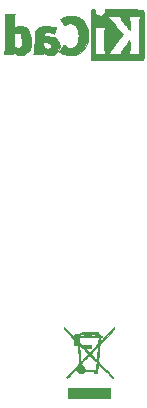
<source format=gbo>
G04 #@! TF.GenerationSoftware,KiCad,Pcbnew,(2017-05-08 revision d4e41c4f9)-makepkg*
G04 #@! TF.CreationDate,2017-05-10T17:18:05+02:00*
G04 #@! TF.ProjectId,led_pixel,6C65645F706978656C2E6B696361645F,1.0*
G04 #@! TF.FileFunction,Legend,Bot*
G04 #@! TF.FilePolarity,Positive*
%FSLAX46Y46*%
G04 Gerber Fmt 4.6, Leading zero omitted, Abs format (unit mm)*
G04 Created by KiCad (PCBNEW (2017-05-08 revision d4e41c4f9)-makepkg) date 05/10/17 17:18:05*
%MOMM*%
%LPD*%
G01*
G04 APERTURE LIST*
%ADD10C,0.100000*%
%ADD11C,0.010000*%
G04 APERTURE END LIST*
D10*
D11*
G36*
X166032178Y-113337822D02*
X169552971Y-113337822D01*
X169552971Y-112470198D01*
X166032178Y-112470198D01*
X166032178Y-113337822D01*
X166032178Y-113337822D01*
G37*
X166032178Y-113337822D02*
X169552971Y-113337822D01*
X169552971Y-112470198D01*
X166032178Y-112470198D01*
X166032178Y-113337822D01*
G36*
X165655570Y-107384848D02*
X165656189Y-107471931D01*
X166107914Y-107930891D01*
X166559639Y-108389852D01*
X166559968Y-108600471D01*
X166560297Y-108811089D01*
X166835390Y-108811089D01*
X166842478Y-108864530D01*
X166845162Y-108888888D01*
X166849687Y-108934759D01*
X166855809Y-108999405D01*
X166863288Y-109080091D01*
X166871881Y-109174081D01*
X166881346Y-109278637D01*
X166891442Y-109391025D01*
X166901926Y-109508507D01*
X166912556Y-109628348D01*
X166923091Y-109747811D01*
X166933287Y-109864159D01*
X166942905Y-109974657D01*
X166951700Y-110076569D01*
X166959432Y-110167158D01*
X166965858Y-110243687D01*
X166970737Y-110303421D01*
X166973825Y-110343624D01*
X166974883Y-110361559D01*
X166974882Y-110361644D01*
X166967173Y-110376035D01*
X166944019Y-110405748D01*
X166905105Y-110451131D01*
X166850116Y-110512529D01*
X166778736Y-110590288D01*
X166690651Y-110684754D01*
X166585546Y-110796272D01*
X166463105Y-110925188D01*
X166428690Y-110961287D01*
X165882863Y-111533416D01*
X165971119Y-111621436D01*
X166042515Y-111543758D01*
X166068634Y-111515686D01*
X166109434Y-111472274D01*
X166162223Y-111416366D01*
X166224309Y-111350808D01*
X166293000Y-111278441D01*
X166365604Y-111202112D01*
X166409040Y-111156524D01*
X166490584Y-111071119D01*
X166556496Y-111002710D01*
X166608456Y-110950053D01*
X166648145Y-110911905D01*
X166677243Y-110887020D01*
X166697431Y-110874156D01*
X166710390Y-110872068D01*
X166717800Y-110879513D01*
X166721342Y-110895246D01*
X166722697Y-110918023D01*
X166722879Y-110924239D01*
X166732297Y-110967061D01*
X166755503Y-111018819D01*
X166787864Y-111071328D01*
X166824748Y-111116403D01*
X166839507Y-111130328D01*
X166915233Y-111179047D01*
X167003692Y-111206306D01*
X167081900Y-111212773D01*
X167170532Y-111200576D01*
X167252388Y-111164813D01*
X167324836Y-111106722D01*
X167338203Y-111092262D01*
X167387082Y-111036733D01*
X168232674Y-111036733D01*
X168232674Y-111212773D01*
X168459010Y-111212773D01*
X168459010Y-111130531D01*
X168461850Y-111074386D01*
X168471393Y-111035416D01*
X168482991Y-111014219D01*
X168491277Y-110999052D01*
X168498373Y-110977062D01*
X168504748Y-110944987D01*
X168510872Y-110899569D01*
X168517216Y-110837548D01*
X168524250Y-110755662D01*
X168529066Y-110694746D01*
X168551161Y-110409343D01*
X169093565Y-110958805D01*
X169191637Y-111058228D01*
X169285784Y-111153815D01*
X169374285Y-111243810D01*
X169455420Y-111326457D01*
X169527469Y-111400001D01*
X169588712Y-111462684D01*
X169637427Y-111512752D01*
X169671896Y-111548448D01*
X169690379Y-111567995D01*
X169720743Y-111598944D01*
X169746071Y-111620530D01*
X169759695Y-111627723D01*
X169777095Y-111619297D01*
X169802460Y-111598245D01*
X169811058Y-111589671D01*
X169847514Y-111551620D01*
X169646802Y-111347658D01*
X169595596Y-111295699D01*
X169529569Y-111228820D01*
X169451618Y-111149950D01*
X169364638Y-111062014D01*
X169271526Y-110967941D01*
X169175179Y-110870658D01*
X169078492Y-110773093D01*
X169009134Y-110703145D01*
X168903703Y-110596550D01*
X168815129Y-110506307D01*
X168742281Y-110431192D01*
X168684023Y-110369986D01*
X168639225Y-110321466D01*
X168617021Y-110296129D01*
X168438724Y-110296129D01*
X168416401Y-110581555D01*
X168409669Y-110665219D01*
X168403157Y-110741727D01*
X168397234Y-110807081D01*
X168392268Y-110857281D01*
X168388629Y-110888329D01*
X168387458Y-110895273D01*
X168380838Y-110923565D01*
X167431364Y-110923565D01*
X167425026Y-110844606D01*
X167405890Y-110751315D01*
X167365846Y-110668791D01*
X167307418Y-110600038D01*
X167233129Y-110548063D01*
X167149748Y-110516863D01*
X167122698Y-110502228D01*
X167109156Y-110470819D01*
X167108872Y-110469434D01*
X167107247Y-110456174D01*
X167109256Y-110442595D01*
X167116858Y-110426181D01*
X167132016Y-110404411D01*
X167156688Y-110374767D01*
X167192836Y-110334732D01*
X167242420Y-110281785D01*
X167307401Y-110213409D01*
X167311599Y-110209005D01*
X167381493Y-110135611D01*
X167455800Y-110057437D01*
X167529414Y-109979864D01*
X167597229Y-109908275D01*
X167654140Y-109848051D01*
X167666832Y-109834587D01*
X167715487Y-109783820D01*
X167758709Y-109740375D01*
X167793395Y-109707241D01*
X167816444Y-109687405D01*
X167824182Y-109683046D01*
X167835722Y-109692170D01*
X167862710Y-109717200D01*
X167903021Y-109756052D01*
X167954529Y-109806643D01*
X168015109Y-109866888D01*
X168082636Y-109934704D01*
X168137826Y-109990565D01*
X168438724Y-110296129D01*
X168617021Y-110296129D01*
X168606751Y-110284411D01*
X168585471Y-110257599D01*
X168574251Y-110239808D01*
X168571754Y-110231570D01*
X168572700Y-110213590D01*
X168575573Y-110172892D01*
X168580187Y-110111819D01*
X168586358Y-110032713D01*
X168593898Y-109937914D01*
X168602621Y-109829767D01*
X168612343Y-109710612D01*
X168622876Y-109582791D01*
X168631365Y-109480635D01*
X168679396Y-108904674D01*
X168555805Y-108904674D01*
X168555273Y-108917104D01*
X168552769Y-108952110D01*
X168548496Y-109007215D01*
X168542653Y-109079943D01*
X168535443Y-109167814D01*
X168527066Y-109268351D01*
X168517723Y-109379077D01*
X168508758Y-109484205D01*
X168498602Y-109603483D01*
X168489142Y-109716080D01*
X168480596Y-109819305D01*
X168473179Y-109910473D01*
X168467108Y-109986895D01*
X168462601Y-110045883D01*
X168459873Y-110084749D01*
X168459116Y-110099844D01*
X168457935Y-110109238D01*
X168453256Y-110112966D01*
X168443276Y-110109471D01*
X168426190Y-110097199D01*
X168400196Y-110074594D01*
X168363490Y-110040100D01*
X168314267Y-109992162D01*
X168250726Y-109929224D01*
X168183305Y-109861968D01*
X167907601Y-109586477D01*
X167909533Y-109584406D01*
X167727290Y-109584406D01*
X167718984Y-109595780D01*
X167695733Y-109622563D01*
X167659865Y-109662292D01*
X167613713Y-109712507D01*
X167559606Y-109770746D01*
X167499874Y-109834547D01*
X167436848Y-109901449D01*
X167372858Y-109968990D01*
X167310236Y-110034710D01*
X167251310Y-110096146D01*
X167198412Y-110150837D01*
X167153872Y-110196322D01*
X167120020Y-110230138D01*
X167099188Y-110249826D01*
X167093506Y-110253837D01*
X167091634Y-110240891D01*
X167087746Y-110205134D01*
X167082057Y-110148804D01*
X167074781Y-110074140D01*
X167066131Y-109983380D01*
X167056322Y-109878762D01*
X167045566Y-109762526D01*
X167034079Y-109636908D01*
X167024907Y-109535618D01*
X167013174Y-109404279D01*
X167002335Y-109280552D01*
X166992570Y-109166681D01*
X166984063Y-109064911D01*
X166976995Y-108977487D01*
X166971549Y-108906653D01*
X166967908Y-108854653D01*
X166966253Y-108823732D01*
X166966442Y-108815703D01*
X166976334Y-108822854D01*
X167001524Y-108845841D01*
X167039810Y-108882439D01*
X167088989Y-108930422D01*
X167146861Y-108987566D01*
X167211222Y-109051647D01*
X167279871Y-109120438D01*
X167350605Y-109191716D01*
X167421222Y-109263255D01*
X167489520Y-109332830D01*
X167553296Y-109398217D01*
X167610350Y-109457191D01*
X167658478Y-109507527D01*
X167695478Y-109546999D01*
X167719148Y-109573383D01*
X167727290Y-109584406D01*
X167909533Y-109584406D01*
X168010409Y-109476295D01*
X168062768Y-109420377D01*
X168121535Y-109357948D01*
X168184385Y-109291443D01*
X168248995Y-109223298D01*
X168313042Y-109155948D01*
X168374203Y-109091828D01*
X168430153Y-109033372D01*
X168478570Y-108983018D01*
X168517130Y-108943198D01*
X168543509Y-108916350D01*
X168555384Y-108904908D01*
X168555805Y-108904674D01*
X168679396Y-108904674D01*
X168691401Y-108760726D01*
X169291938Y-108129158D01*
X169892475Y-107497589D01*
X169892034Y-107409315D01*
X169891592Y-107321040D01*
X169794583Y-107424666D01*
X169740291Y-107482463D01*
X169676192Y-107550368D01*
X169604016Y-107626572D01*
X169525492Y-107709269D01*
X169442349Y-107796653D01*
X169356319Y-107886915D01*
X169269130Y-107978250D01*
X169182513Y-108068849D01*
X169098197Y-108156907D01*
X169017912Y-108240615D01*
X168943387Y-108318167D01*
X168876354Y-108387757D01*
X168818541Y-108447576D01*
X168771679Y-108495818D01*
X168737496Y-108530676D01*
X168717724Y-108550343D01*
X168713390Y-108554116D01*
X168713092Y-108540992D01*
X168714731Y-108507389D01*
X168718023Y-108457880D01*
X168722682Y-108397037D01*
X168724682Y-108372732D01*
X168739577Y-108194951D01*
X168622955Y-108194951D01*
X168616934Y-108223243D01*
X168613863Y-108245618D01*
X168609548Y-108287717D01*
X168604488Y-108344178D01*
X168599181Y-108409635D01*
X168597344Y-108433862D01*
X168591927Y-108503421D01*
X168586459Y-108568018D01*
X168581488Y-108621548D01*
X168577561Y-108657910D01*
X168576675Y-108664509D01*
X168573334Y-108678056D01*
X168566101Y-108693914D01*
X168553440Y-108713861D01*
X168533811Y-108739673D01*
X168505678Y-108773129D01*
X168467502Y-108816007D01*
X168417746Y-108870083D01*
X168354871Y-108937136D01*
X168277341Y-109018943D01*
X168198251Y-109101950D01*
X168119564Y-109184094D01*
X168046112Y-109260169D01*
X167979724Y-109328325D01*
X167922227Y-109386712D01*
X167875451Y-109433481D01*
X167841224Y-109466782D01*
X167821373Y-109484767D01*
X167817140Y-109487442D01*
X167806003Y-109477741D01*
X167779971Y-109452441D01*
X167741570Y-109414082D01*
X167693328Y-109365200D01*
X167637770Y-109308334D01*
X167597592Y-109266906D01*
X167387831Y-109050000D01*
X168006337Y-109050000D01*
X168006337Y-108811089D01*
X167251881Y-108811089D01*
X167251881Y-108917542D01*
X167113565Y-108779654D01*
X167015447Y-108681840D01*
X166824357Y-108681840D01*
X166822529Y-108697270D01*
X166813277Y-108705867D01*
X166790950Y-108709613D01*
X166749895Y-108710489D01*
X166742624Y-108710495D01*
X166660891Y-108710495D01*
X166660891Y-108491172D01*
X166742624Y-108572179D01*
X166788730Y-108621428D01*
X166816306Y-108659159D01*
X166824357Y-108681840D01*
X167015447Y-108681840D01*
X166975248Y-108641766D01*
X166975248Y-108518952D01*
X166974863Y-108462450D01*
X166973100Y-108426505D01*
X166969050Y-108406530D01*
X166961801Y-108397937D01*
X166950870Y-108396139D01*
X166938712Y-108393498D01*
X166929727Y-108382912D01*
X166922826Y-108360381D01*
X166916924Y-108321909D01*
X166910935Y-108263498D01*
X166909013Y-108242104D01*
X166904852Y-108194951D01*
X168622955Y-108194951D01*
X168739577Y-108194951D01*
X168899109Y-108194951D01*
X168899109Y-108081782D01*
X168831314Y-108081782D01*
X168791662Y-108080696D01*
X168770116Y-108075454D01*
X168767480Y-108072334D01*
X168628616Y-108072334D01*
X168621308Y-108079462D01*
X168595993Y-108081662D01*
X168578908Y-108081782D01*
X168521881Y-108081782D01*
X168309221Y-108081782D01*
X166894698Y-108081782D01*
X166942542Y-108032786D01*
X167016850Y-107972324D01*
X167108816Y-107925691D01*
X167219998Y-107892249D01*
X167330471Y-107873753D01*
X167402773Y-107865122D01*
X167402773Y-107956040D01*
X167981188Y-107956040D01*
X167981188Y-107852893D01*
X168066065Y-107861496D01*
X168125368Y-107868756D01*
X168188551Y-107878379D01*
X168226386Y-107885252D01*
X168301832Y-107900407D01*
X168305526Y-107991095D01*
X168309221Y-108081782D01*
X168521881Y-108081782D01*
X168521881Y-108031485D01*
X168523544Y-107999976D01*
X168527697Y-107982463D01*
X168529371Y-107981188D01*
X168547987Y-107989254D01*
X168575183Y-108008820D01*
X168602448Y-108032944D01*
X168621267Y-108054682D01*
X168622943Y-108057508D01*
X168628616Y-108072334D01*
X168767480Y-108072334D01*
X168759662Y-108063081D01*
X168755442Y-108049604D01*
X168738219Y-108014627D01*
X168705138Y-107972579D01*
X168661893Y-107929356D01*
X168614174Y-107890854D01*
X168582830Y-107870801D01*
X168547123Y-107848851D01*
X168528819Y-107830411D01*
X168522388Y-107808668D01*
X168521894Y-107795718D01*
X168521894Y-107792575D01*
X167880594Y-107792575D01*
X167880594Y-107855446D01*
X167503367Y-107855446D01*
X167503367Y-107792575D01*
X167880594Y-107792575D01*
X168521894Y-107792575D01*
X168521881Y-107754852D01*
X168416048Y-107754852D01*
X168367355Y-107756029D01*
X168329405Y-107759165D01*
X168308308Y-107763671D01*
X168306023Y-107765495D01*
X168292641Y-107768295D01*
X168260074Y-107767148D01*
X168213916Y-107762393D01*
X168182376Y-107758003D01*
X168125188Y-107749378D01*
X168072886Y-107741591D01*
X168033582Y-107735847D01*
X168022055Y-107734215D01*
X167991937Y-107724888D01*
X167981188Y-107710272D01*
X167977920Y-107704320D01*
X167966230Y-107699778D01*
X167943288Y-107696470D01*
X167906265Y-107694215D01*
X167852332Y-107692834D01*
X167778660Y-107692150D01*
X167691980Y-107691980D01*
X167599471Y-107692077D01*
X167529094Y-107692530D01*
X167477836Y-107693590D01*
X167442680Y-107695503D01*
X167420611Y-107698519D01*
X167408615Y-107702885D01*
X167403676Y-107708849D01*
X167402773Y-107715784D01*
X167395079Y-107737795D01*
X167369879Y-107750321D01*
X167323991Y-107754788D01*
X167315736Y-107754852D01*
X167238027Y-107762868D01*
X167149767Y-107784936D01*
X167058915Y-107818084D01*
X166973430Y-107859339D01*
X166901274Y-107905731D01*
X166891928Y-107913082D01*
X166861467Y-107936998D01*
X166843428Y-107946576D01*
X166830831Y-107943480D01*
X166817900Y-107930704D01*
X166779707Y-107905678D01*
X166730002Y-107896071D01*
X166676476Y-107901067D01*
X166626822Y-107919851D01*
X166588733Y-107951606D01*
X166585975Y-107955297D01*
X166557474Y-108014575D01*
X166552172Y-108075934D01*
X166569482Y-108134427D01*
X166608820Y-108185104D01*
X166613630Y-108189289D01*
X166641560Y-108209167D01*
X166669898Y-108217921D01*
X166709737Y-108218553D01*
X166719689Y-108217992D01*
X166758668Y-108216562D01*
X166778746Y-108219839D01*
X166786015Y-108229728D01*
X166786760Y-108238961D01*
X166788284Y-108265744D01*
X166792065Y-108306025D01*
X166794782Y-108330124D01*
X166798723Y-108368401D01*
X166797084Y-108387996D01*
X166787579Y-108395158D01*
X166770649Y-108396139D01*
X166760608Y-108392901D01*
X166744410Y-108382420D01*
X166720855Y-108363548D01*
X166688743Y-108335135D01*
X166646872Y-108296035D01*
X166594043Y-108245097D01*
X166529055Y-108181173D01*
X166450709Y-108103114D01*
X166357803Y-108009772D01*
X166249137Y-107899998D01*
X166196769Y-107846952D01*
X165654951Y-107297767D01*
X165655570Y-107384848D01*
X165655570Y-107384848D01*
G37*
X165655570Y-107384848D02*
X165656189Y-107471931D01*
X166107914Y-107930891D01*
X166559639Y-108389852D01*
X166559968Y-108600471D01*
X166560297Y-108811089D01*
X166835390Y-108811089D01*
X166842478Y-108864530D01*
X166845162Y-108888888D01*
X166849687Y-108934759D01*
X166855809Y-108999405D01*
X166863288Y-109080091D01*
X166871881Y-109174081D01*
X166881346Y-109278637D01*
X166891442Y-109391025D01*
X166901926Y-109508507D01*
X166912556Y-109628348D01*
X166923091Y-109747811D01*
X166933287Y-109864159D01*
X166942905Y-109974657D01*
X166951700Y-110076569D01*
X166959432Y-110167158D01*
X166965858Y-110243687D01*
X166970737Y-110303421D01*
X166973825Y-110343624D01*
X166974883Y-110361559D01*
X166974882Y-110361644D01*
X166967173Y-110376035D01*
X166944019Y-110405748D01*
X166905105Y-110451131D01*
X166850116Y-110512529D01*
X166778736Y-110590288D01*
X166690651Y-110684754D01*
X166585546Y-110796272D01*
X166463105Y-110925188D01*
X166428690Y-110961287D01*
X165882863Y-111533416D01*
X165971119Y-111621436D01*
X166042515Y-111543758D01*
X166068634Y-111515686D01*
X166109434Y-111472274D01*
X166162223Y-111416366D01*
X166224309Y-111350808D01*
X166293000Y-111278441D01*
X166365604Y-111202112D01*
X166409040Y-111156524D01*
X166490584Y-111071119D01*
X166556496Y-111002710D01*
X166608456Y-110950053D01*
X166648145Y-110911905D01*
X166677243Y-110887020D01*
X166697431Y-110874156D01*
X166710390Y-110872068D01*
X166717800Y-110879513D01*
X166721342Y-110895246D01*
X166722697Y-110918023D01*
X166722879Y-110924239D01*
X166732297Y-110967061D01*
X166755503Y-111018819D01*
X166787864Y-111071328D01*
X166824748Y-111116403D01*
X166839507Y-111130328D01*
X166915233Y-111179047D01*
X167003692Y-111206306D01*
X167081900Y-111212773D01*
X167170532Y-111200576D01*
X167252388Y-111164813D01*
X167324836Y-111106722D01*
X167338203Y-111092262D01*
X167387082Y-111036733D01*
X168232674Y-111036733D01*
X168232674Y-111212773D01*
X168459010Y-111212773D01*
X168459010Y-111130531D01*
X168461850Y-111074386D01*
X168471393Y-111035416D01*
X168482991Y-111014219D01*
X168491277Y-110999052D01*
X168498373Y-110977062D01*
X168504748Y-110944987D01*
X168510872Y-110899569D01*
X168517216Y-110837548D01*
X168524250Y-110755662D01*
X168529066Y-110694746D01*
X168551161Y-110409343D01*
X169093565Y-110958805D01*
X169191637Y-111058228D01*
X169285784Y-111153815D01*
X169374285Y-111243810D01*
X169455420Y-111326457D01*
X169527469Y-111400001D01*
X169588712Y-111462684D01*
X169637427Y-111512752D01*
X169671896Y-111548448D01*
X169690379Y-111567995D01*
X169720743Y-111598944D01*
X169746071Y-111620530D01*
X169759695Y-111627723D01*
X169777095Y-111619297D01*
X169802460Y-111598245D01*
X169811058Y-111589671D01*
X169847514Y-111551620D01*
X169646802Y-111347658D01*
X169595596Y-111295699D01*
X169529569Y-111228820D01*
X169451618Y-111149950D01*
X169364638Y-111062014D01*
X169271526Y-110967941D01*
X169175179Y-110870658D01*
X169078492Y-110773093D01*
X169009134Y-110703145D01*
X168903703Y-110596550D01*
X168815129Y-110506307D01*
X168742281Y-110431192D01*
X168684023Y-110369986D01*
X168639225Y-110321466D01*
X168617021Y-110296129D01*
X168438724Y-110296129D01*
X168416401Y-110581555D01*
X168409669Y-110665219D01*
X168403157Y-110741727D01*
X168397234Y-110807081D01*
X168392268Y-110857281D01*
X168388629Y-110888329D01*
X168387458Y-110895273D01*
X168380838Y-110923565D01*
X167431364Y-110923565D01*
X167425026Y-110844606D01*
X167405890Y-110751315D01*
X167365846Y-110668791D01*
X167307418Y-110600038D01*
X167233129Y-110548063D01*
X167149748Y-110516863D01*
X167122698Y-110502228D01*
X167109156Y-110470819D01*
X167108872Y-110469434D01*
X167107247Y-110456174D01*
X167109256Y-110442595D01*
X167116858Y-110426181D01*
X167132016Y-110404411D01*
X167156688Y-110374767D01*
X167192836Y-110334732D01*
X167242420Y-110281785D01*
X167307401Y-110213409D01*
X167311599Y-110209005D01*
X167381493Y-110135611D01*
X167455800Y-110057437D01*
X167529414Y-109979864D01*
X167597229Y-109908275D01*
X167654140Y-109848051D01*
X167666832Y-109834587D01*
X167715487Y-109783820D01*
X167758709Y-109740375D01*
X167793395Y-109707241D01*
X167816444Y-109687405D01*
X167824182Y-109683046D01*
X167835722Y-109692170D01*
X167862710Y-109717200D01*
X167903021Y-109756052D01*
X167954529Y-109806643D01*
X168015109Y-109866888D01*
X168082636Y-109934704D01*
X168137826Y-109990565D01*
X168438724Y-110296129D01*
X168617021Y-110296129D01*
X168606751Y-110284411D01*
X168585471Y-110257599D01*
X168574251Y-110239808D01*
X168571754Y-110231570D01*
X168572700Y-110213590D01*
X168575573Y-110172892D01*
X168580187Y-110111819D01*
X168586358Y-110032713D01*
X168593898Y-109937914D01*
X168602621Y-109829767D01*
X168612343Y-109710612D01*
X168622876Y-109582791D01*
X168631365Y-109480635D01*
X168679396Y-108904674D01*
X168555805Y-108904674D01*
X168555273Y-108917104D01*
X168552769Y-108952110D01*
X168548496Y-109007215D01*
X168542653Y-109079943D01*
X168535443Y-109167814D01*
X168527066Y-109268351D01*
X168517723Y-109379077D01*
X168508758Y-109484205D01*
X168498602Y-109603483D01*
X168489142Y-109716080D01*
X168480596Y-109819305D01*
X168473179Y-109910473D01*
X168467108Y-109986895D01*
X168462601Y-110045883D01*
X168459873Y-110084749D01*
X168459116Y-110099844D01*
X168457935Y-110109238D01*
X168453256Y-110112966D01*
X168443276Y-110109471D01*
X168426190Y-110097199D01*
X168400196Y-110074594D01*
X168363490Y-110040100D01*
X168314267Y-109992162D01*
X168250726Y-109929224D01*
X168183305Y-109861968D01*
X167907601Y-109586477D01*
X167909533Y-109584406D01*
X167727290Y-109584406D01*
X167718984Y-109595780D01*
X167695733Y-109622563D01*
X167659865Y-109662292D01*
X167613713Y-109712507D01*
X167559606Y-109770746D01*
X167499874Y-109834547D01*
X167436848Y-109901449D01*
X167372858Y-109968990D01*
X167310236Y-110034710D01*
X167251310Y-110096146D01*
X167198412Y-110150837D01*
X167153872Y-110196322D01*
X167120020Y-110230138D01*
X167099188Y-110249826D01*
X167093506Y-110253837D01*
X167091634Y-110240891D01*
X167087746Y-110205134D01*
X167082057Y-110148804D01*
X167074781Y-110074140D01*
X167066131Y-109983380D01*
X167056322Y-109878762D01*
X167045566Y-109762526D01*
X167034079Y-109636908D01*
X167024907Y-109535618D01*
X167013174Y-109404279D01*
X167002335Y-109280552D01*
X166992570Y-109166681D01*
X166984063Y-109064911D01*
X166976995Y-108977487D01*
X166971549Y-108906653D01*
X166967908Y-108854653D01*
X166966253Y-108823732D01*
X166966442Y-108815703D01*
X166976334Y-108822854D01*
X167001524Y-108845841D01*
X167039810Y-108882439D01*
X167088989Y-108930422D01*
X167146861Y-108987566D01*
X167211222Y-109051647D01*
X167279871Y-109120438D01*
X167350605Y-109191716D01*
X167421222Y-109263255D01*
X167489520Y-109332830D01*
X167553296Y-109398217D01*
X167610350Y-109457191D01*
X167658478Y-109507527D01*
X167695478Y-109546999D01*
X167719148Y-109573383D01*
X167727290Y-109584406D01*
X167909533Y-109584406D01*
X168010409Y-109476295D01*
X168062768Y-109420377D01*
X168121535Y-109357948D01*
X168184385Y-109291443D01*
X168248995Y-109223298D01*
X168313042Y-109155948D01*
X168374203Y-109091828D01*
X168430153Y-109033372D01*
X168478570Y-108983018D01*
X168517130Y-108943198D01*
X168543509Y-108916350D01*
X168555384Y-108904908D01*
X168555805Y-108904674D01*
X168679396Y-108904674D01*
X168691401Y-108760726D01*
X169291938Y-108129158D01*
X169892475Y-107497589D01*
X169892034Y-107409315D01*
X169891592Y-107321040D01*
X169794583Y-107424666D01*
X169740291Y-107482463D01*
X169676192Y-107550368D01*
X169604016Y-107626572D01*
X169525492Y-107709269D01*
X169442349Y-107796653D01*
X169356319Y-107886915D01*
X169269130Y-107978250D01*
X169182513Y-108068849D01*
X169098197Y-108156907D01*
X169017912Y-108240615D01*
X168943387Y-108318167D01*
X168876354Y-108387757D01*
X168818541Y-108447576D01*
X168771679Y-108495818D01*
X168737496Y-108530676D01*
X168717724Y-108550343D01*
X168713390Y-108554116D01*
X168713092Y-108540992D01*
X168714731Y-108507389D01*
X168718023Y-108457880D01*
X168722682Y-108397037D01*
X168724682Y-108372732D01*
X168739577Y-108194951D01*
X168622955Y-108194951D01*
X168616934Y-108223243D01*
X168613863Y-108245618D01*
X168609548Y-108287717D01*
X168604488Y-108344178D01*
X168599181Y-108409635D01*
X168597344Y-108433862D01*
X168591927Y-108503421D01*
X168586459Y-108568018D01*
X168581488Y-108621548D01*
X168577561Y-108657910D01*
X168576675Y-108664509D01*
X168573334Y-108678056D01*
X168566101Y-108693914D01*
X168553440Y-108713861D01*
X168533811Y-108739673D01*
X168505678Y-108773129D01*
X168467502Y-108816007D01*
X168417746Y-108870083D01*
X168354871Y-108937136D01*
X168277341Y-109018943D01*
X168198251Y-109101950D01*
X168119564Y-109184094D01*
X168046112Y-109260169D01*
X167979724Y-109328325D01*
X167922227Y-109386712D01*
X167875451Y-109433481D01*
X167841224Y-109466782D01*
X167821373Y-109484767D01*
X167817140Y-109487442D01*
X167806003Y-109477741D01*
X167779971Y-109452441D01*
X167741570Y-109414082D01*
X167693328Y-109365200D01*
X167637770Y-109308334D01*
X167597592Y-109266906D01*
X167387831Y-109050000D01*
X168006337Y-109050000D01*
X168006337Y-108811089D01*
X167251881Y-108811089D01*
X167251881Y-108917542D01*
X167113565Y-108779654D01*
X167015447Y-108681840D01*
X166824357Y-108681840D01*
X166822529Y-108697270D01*
X166813277Y-108705867D01*
X166790950Y-108709613D01*
X166749895Y-108710489D01*
X166742624Y-108710495D01*
X166660891Y-108710495D01*
X166660891Y-108491172D01*
X166742624Y-108572179D01*
X166788730Y-108621428D01*
X166816306Y-108659159D01*
X166824357Y-108681840D01*
X167015447Y-108681840D01*
X166975248Y-108641766D01*
X166975248Y-108518952D01*
X166974863Y-108462450D01*
X166973100Y-108426505D01*
X166969050Y-108406530D01*
X166961801Y-108397937D01*
X166950870Y-108396139D01*
X166938712Y-108393498D01*
X166929727Y-108382912D01*
X166922826Y-108360381D01*
X166916924Y-108321909D01*
X166910935Y-108263498D01*
X166909013Y-108242104D01*
X166904852Y-108194951D01*
X168622955Y-108194951D01*
X168739577Y-108194951D01*
X168899109Y-108194951D01*
X168899109Y-108081782D01*
X168831314Y-108081782D01*
X168791662Y-108080696D01*
X168770116Y-108075454D01*
X168767480Y-108072334D01*
X168628616Y-108072334D01*
X168621308Y-108079462D01*
X168595993Y-108081662D01*
X168578908Y-108081782D01*
X168521881Y-108081782D01*
X168309221Y-108081782D01*
X166894698Y-108081782D01*
X166942542Y-108032786D01*
X167016850Y-107972324D01*
X167108816Y-107925691D01*
X167219998Y-107892249D01*
X167330471Y-107873753D01*
X167402773Y-107865122D01*
X167402773Y-107956040D01*
X167981188Y-107956040D01*
X167981188Y-107852893D01*
X168066065Y-107861496D01*
X168125368Y-107868756D01*
X168188551Y-107878379D01*
X168226386Y-107885252D01*
X168301832Y-107900407D01*
X168305526Y-107991095D01*
X168309221Y-108081782D01*
X168521881Y-108081782D01*
X168521881Y-108031485D01*
X168523544Y-107999976D01*
X168527697Y-107982463D01*
X168529371Y-107981188D01*
X168547987Y-107989254D01*
X168575183Y-108008820D01*
X168602448Y-108032944D01*
X168621267Y-108054682D01*
X168622943Y-108057508D01*
X168628616Y-108072334D01*
X168767480Y-108072334D01*
X168759662Y-108063081D01*
X168755442Y-108049604D01*
X168738219Y-108014627D01*
X168705138Y-107972579D01*
X168661893Y-107929356D01*
X168614174Y-107890854D01*
X168582830Y-107870801D01*
X168547123Y-107848851D01*
X168528819Y-107830411D01*
X168522388Y-107808668D01*
X168521894Y-107795718D01*
X168521894Y-107792575D01*
X167880594Y-107792575D01*
X167880594Y-107855446D01*
X167503367Y-107855446D01*
X167503367Y-107792575D01*
X167880594Y-107792575D01*
X168521894Y-107792575D01*
X168521881Y-107754852D01*
X168416048Y-107754852D01*
X168367355Y-107756029D01*
X168329405Y-107759165D01*
X168308308Y-107763671D01*
X168306023Y-107765495D01*
X168292641Y-107768295D01*
X168260074Y-107767148D01*
X168213916Y-107762393D01*
X168182376Y-107758003D01*
X168125188Y-107749378D01*
X168072886Y-107741591D01*
X168033582Y-107735847D01*
X168022055Y-107734215D01*
X167991937Y-107724888D01*
X167981188Y-107710272D01*
X167977920Y-107704320D01*
X167966230Y-107699778D01*
X167943288Y-107696470D01*
X167906265Y-107694215D01*
X167852332Y-107692834D01*
X167778660Y-107692150D01*
X167691980Y-107691980D01*
X167599471Y-107692077D01*
X167529094Y-107692530D01*
X167477836Y-107693590D01*
X167442680Y-107695503D01*
X167420611Y-107698519D01*
X167408615Y-107702885D01*
X167403676Y-107708849D01*
X167402773Y-107715784D01*
X167395079Y-107737795D01*
X167369879Y-107750321D01*
X167323991Y-107754788D01*
X167315736Y-107754852D01*
X167238027Y-107762868D01*
X167149767Y-107784936D01*
X167058915Y-107818084D01*
X166973430Y-107859339D01*
X166901274Y-107905731D01*
X166891928Y-107913082D01*
X166861467Y-107936998D01*
X166843428Y-107946576D01*
X166830831Y-107943480D01*
X166817900Y-107930704D01*
X166779707Y-107905678D01*
X166730002Y-107896071D01*
X166676476Y-107901067D01*
X166626822Y-107919851D01*
X166588733Y-107951606D01*
X166585975Y-107955297D01*
X166557474Y-108014575D01*
X166552172Y-108075934D01*
X166569482Y-108134427D01*
X166608820Y-108185104D01*
X166613630Y-108189289D01*
X166641560Y-108209167D01*
X166669898Y-108217921D01*
X166709737Y-108218553D01*
X166719689Y-108217992D01*
X166758668Y-108216562D01*
X166778746Y-108219839D01*
X166786015Y-108229728D01*
X166786760Y-108238961D01*
X166788284Y-108265744D01*
X166792065Y-108306025D01*
X166794782Y-108330124D01*
X166798723Y-108368401D01*
X166797084Y-108387996D01*
X166787579Y-108395158D01*
X166770649Y-108396139D01*
X166760608Y-108392901D01*
X166744410Y-108382420D01*
X166720855Y-108363548D01*
X166688743Y-108335135D01*
X166646872Y-108296035D01*
X166594043Y-108245097D01*
X166529055Y-108181173D01*
X166450709Y-108103114D01*
X166357803Y-108009772D01*
X166249137Y-107899998D01*
X166196769Y-107846952D01*
X165654951Y-107297767D01*
X165655570Y-107384848D01*
G36*
X168058637Y-80422699D02*
X168036845Y-80429976D01*
X168018414Y-80446420D01*
X168003065Y-80475197D01*
X167990519Y-80519474D01*
X167980495Y-80582418D01*
X167972717Y-80667194D01*
X167966904Y-80776971D01*
X167962777Y-80914914D01*
X167960057Y-81084191D01*
X167958465Y-81287968D01*
X167957723Y-81529411D01*
X167957550Y-81811687D01*
X167957668Y-82137964D01*
X167957797Y-82511407D01*
X167957800Y-82570500D01*
X167957878Y-82945884D01*
X167958151Y-83273711D01*
X167958682Y-83557221D01*
X167959531Y-83799658D01*
X167960760Y-84004261D01*
X167962431Y-84174274D01*
X167964605Y-84312939D01*
X167967343Y-84423496D01*
X167970708Y-84509188D01*
X167974759Y-84573257D01*
X167979559Y-84618944D01*
X167985169Y-84649492D01*
X167991651Y-84668141D01*
X167997715Y-84676885D01*
X168008791Y-84683992D01*
X168028999Y-84690213D01*
X168061510Y-84695606D01*
X168109497Y-84700229D01*
X168176133Y-84704140D01*
X168264590Y-84707396D01*
X168378040Y-84710056D01*
X168519656Y-84712175D01*
X168692610Y-84713813D01*
X168900076Y-84715028D01*
X169145224Y-84715876D01*
X169431229Y-84716415D01*
X169761261Y-84716703D01*
X170138495Y-84716798D01*
X170193001Y-84716800D01*
X170576824Y-84716726D01*
X170913020Y-84716467D01*
X171204761Y-84715965D01*
X171455219Y-84715162D01*
X171667568Y-84714000D01*
X171844979Y-84712422D01*
X171990625Y-84710371D01*
X172107678Y-84707787D01*
X172199312Y-84704615D01*
X172268697Y-84700795D01*
X172319008Y-84696271D01*
X172353416Y-84690985D01*
X172375093Y-84684879D01*
X172387213Y-84677895D01*
X172388286Y-84676885D01*
X172395535Y-84665627D01*
X172401862Y-84645152D01*
X172407328Y-84612219D01*
X172411994Y-84563586D01*
X172415922Y-84496011D01*
X172419174Y-84406252D01*
X172421810Y-84291068D01*
X172423893Y-84147217D01*
X172425483Y-83971456D01*
X172426642Y-83760544D01*
X172427432Y-83511239D01*
X172427914Y-83220300D01*
X172428149Y-82884484D01*
X172428200Y-82570500D01*
X172428123Y-82195115D01*
X172427850Y-81867288D01*
X172427319Y-81583778D01*
X172426470Y-81341341D01*
X172425241Y-81136738D01*
X172424052Y-81015729D01*
X172148801Y-81015729D01*
X172138363Y-81040638D01*
X172112056Y-81094844D01*
X172098001Y-81122699D01*
X172087068Y-81145774D01*
X172077826Y-81171420D01*
X172070133Y-81203859D01*
X172063848Y-81247308D01*
X172058828Y-81305988D01*
X172054932Y-81384117D01*
X172052017Y-81485917D01*
X172049943Y-81615605D01*
X172048566Y-81777401D01*
X172047746Y-81975525D01*
X172047341Y-82214197D01*
X172047209Y-82497635D01*
X172047201Y-82634290D01*
X172047561Y-82897726D01*
X172048598Y-83146037D01*
X172050244Y-83374556D01*
X172052432Y-83578618D01*
X172055097Y-83753558D01*
X172058170Y-83894711D01*
X172061585Y-83997410D01*
X172065276Y-84056991D01*
X172067776Y-84070370D01*
X172092200Y-84110136D01*
X172118032Y-84164350D01*
X172147711Y-84234200D01*
X171621206Y-84233811D01*
X171466033Y-84232849D01*
X171331650Y-84230381D01*
X171225001Y-84226674D01*
X171153030Y-84221992D01*
X171122681Y-84216600D01*
X171122906Y-84214761D01*
X171152855Y-84180826D01*
X171188668Y-84122626D01*
X171192756Y-84114811D01*
X171207682Y-84077521D01*
X171218693Y-84027267D01*
X171226331Y-83956556D01*
X171231134Y-83857898D01*
X171233644Y-83723800D01*
X171234399Y-83546772D01*
X171234400Y-83536961D01*
X171233167Y-83359347D01*
X171229604Y-83216876D01*
X171223922Y-83113727D01*
X171216328Y-83054078D01*
X171209586Y-83040400D01*
X171180086Y-83059770D01*
X171142359Y-83106744D01*
X171140085Y-83110250D01*
X171099507Y-83167268D01*
X171065301Y-83205500D01*
X171034853Y-83242632D01*
X170994917Y-83304966D01*
X170981329Y-83328833D01*
X170939180Y-83395930D01*
X170876473Y-83484720D01*
X170805408Y-83578064D01*
X170791458Y-83595533D01*
X170683339Y-83738344D01*
X170592862Y-83874967D01*
X170524611Y-83997349D01*
X170483169Y-84097440D01*
X170472400Y-84155923D01*
X170472400Y-84234200D01*
X169345945Y-84234200D01*
X169358071Y-84220488D01*
X169202400Y-84220488D01*
X169178301Y-84224757D01*
X169111204Y-84228485D01*
X169008911Y-84231448D01*
X168879222Y-84233426D01*
X168729939Y-84234196D01*
X168719800Y-84234200D01*
X168543033Y-84233408D01*
X168411899Y-84230806D01*
X168321253Y-84226056D01*
X168265950Y-84218818D01*
X168240844Y-84208752D01*
X168238008Y-84202450D01*
X168252962Y-84158554D01*
X168276108Y-84121395D01*
X168285302Y-84102692D01*
X168292898Y-84070195D01*
X168299041Y-84019498D01*
X168303873Y-83946196D01*
X168307536Y-83845883D01*
X168310174Y-83714154D01*
X168311930Y-83546604D01*
X168312947Y-83338827D01*
X168313367Y-83086418D01*
X168313400Y-82972045D01*
X168313400Y-81872000D01*
X169178305Y-81872000D01*
X169139553Y-81946938D01*
X169129522Y-81972815D01*
X169121333Y-82011092D01*
X169114808Y-82066607D01*
X169109774Y-82144197D01*
X169106053Y-82248700D01*
X169103471Y-82384954D01*
X169101852Y-82557797D01*
X169101021Y-82772067D01*
X169100800Y-83014750D01*
X169100914Y-83266440D01*
X169101415Y-83472511D01*
X169102545Y-83638147D01*
X169104545Y-83768527D01*
X169107655Y-83868835D01*
X169112117Y-83944251D01*
X169118171Y-83999957D01*
X169126059Y-84041135D01*
X169136021Y-84072967D01*
X169148299Y-84100635D01*
X169151600Y-84107200D01*
X169182510Y-84170636D01*
X169200520Y-84213110D01*
X169202400Y-84220488D01*
X169358071Y-84220488D01*
X169407523Y-84164570D01*
X169451445Y-84115266D01*
X169479627Y-84084290D01*
X169481800Y-84082020D01*
X169539555Y-84018905D01*
X169611037Y-83934689D01*
X169686103Y-83842065D01*
X169754609Y-83753725D01*
X169806412Y-83682361D01*
X169826624Y-83650547D01*
X169866845Y-83586584D01*
X169930338Y-83495299D01*
X170008196Y-83388680D01*
X170091513Y-83278715D01*
X170171383Y-83177390D01*
X170233727Y-83102607D01*
X170294171Y-83025548D01*
X170350841Y-82941943D01*
X170355022Y-82935050D01*
X170482363Y-82736936D01*
X170578006Y-82606356D01*
X170647964Y-82515212D01*
X170566532Y-82427760D01*
X170496340Y-82348661D01*
X170406285Y-82241892D01*
X170306943Y-82120451D01*
X170208893Y-81997339D01*
X170122711Y-81885555D01*
X170093849Y-81846815D01*
X169789059Y-81466892D01*
X169549721Y-81209787D01*
X169350941Y-81008400D01*
X169896253Y-81008400D01*
X170081450Y-81008523D01*
X170222002Y-81009861D01*
X170324063Y-81013867D01*
X170393788Y-81021993D01*
X170437331Y-81035691D01*
X170460847Y-81056416D01*
X170470489Y-81085618D01*
X170472414Y-81124751D01*
X170472400Y-81144390D01*
X170487988Y-81197842D01*
X170527059Y-81265121D01*
X170544701Y-81288362D01*
X170603348Y-81365668D01*
X170666110Y-81456586D01*
X170688198Y-81491000D01*
X170731448Y-81557764D01*
X170765088Y-81604931D01*
X170776761Y-81618000D01*
X170806555Y-81647339D01*
X170855755Y-81703018D01*
X170915478Y-81774108D01*
X170976838Y-81849681D01*
X171030953Y-81918808D01*
X171068937Y-81970561D01*
X171082000Y-81993483D01*
X171098818Y-82022974D01*
X171140854Y-82070717D01*
X171158201Y-82087900D01*
X171234401Y-82160904D01*
X171234400Y-81741088D01*
X171232807Y-81558302D01*
X171227105Y-81415476D01*
X171215907Y-81301840D01*
X171197828Y-81206629D01*
X171171482Y-81119075D01*
X171145836Y-81052850D01*
X171142606Y-81037771D01*
X171151351Y-81026538D01*
X171178295Y-81018591D01*
X171229662Y-81013367D01*
X171311676Y-81010303D01*
X171430561Y-81008838D01*
X171592540Y-81008410D01*
X171638083Y-81008400D01*
X171792917Y-81008746D01*
X171928878Y-81009712D01*
X172038383Y-81011190D01*
X172113849Y-81013071D01*
X172147692Y-81015245D01*
X172148801Y-81015729D01*
X172424052Y-81015729D01*
X172423570Y-80966725D01*
X172421396Y-80828060D01*
X172418658Y-80717503D01*
X172415293Y-80631811D01*
X172411242Y-80567742D01*
X172406442Y-80522055D01*
X172400832Y-80491507D01*
X172394350Y-80472858D01*
X172388286Y-80464114D01*
X172375822Y-80455934D01*
X172353563Y-80448938D01*
X172317809Y-80443034D01*
X172264859Y-80438133D01*
X172191012Y-80434144D01*
X172092569Y-80430978D01*
X171965827Y-80428544D01*
X171807087Y-80426752D01*
X171612647Y-80425511D01*
X171378807Y-80424733D01*
X171101865Y-80424326D01*
X170778122Y-80424200D01*
X169151600Y-80424200D01*
X169151600Y-80520418D01*
X169131521Y-80636335D01*
X169078475Y-80755000D01*
X169003246Y-80855991D01*
X168950994Y-80900244D01*
X168837454Y-80947370D01*
X168706500Y-80957636D01*
X168572372Y-80933918D01*
X168449310Y-80879089D01*
X168351552Y-80796023D01*
X168336200Y-80776147D01*
X168289194Y-80675428D01*
X168267561Y-80559877D01*
X168256310Y-80424199D01*
X168146970Y-80424200D01*
X168113420Y-80422977D01*
X168084069Y-80421421D01*
X168058637Y-80422699D01*
X168058637Y-80422699D01*
G37*
X168058637Y-80422699D02*
X168036845Y-80429976D01*
X168018414Y-80446420D01*
X168003065Y-80475197D01*
X167990519Y-80519474D01*
X167980495Y-80582418D01*
X167972717Y-80667194D01*
X167966904Y-80776971D01*
X167962777Y-80914914D01*
X167960057Y-81084191D01*
X167958465Y-81287968D01*
X167957723Y-81529411D01*
X167957550Y-81811687D01*
X167957668Y-82137964D01*
X167957797Y-82511407D01*
X167957800Y-82570500D01*
X167957878Y-82945884D01*
X167958151Y-83273711D01*
X167958682Y-83557221D01*
X167959531Y-83799658D01*
X167960760Y-84004261D01*
X167962431Y-84174274D01*
X167964605Y-84312939D01*
X167967343Y-84423496D01*
X167970708Y-84509188D01*
X167974759Y-84573257D01*
X167979559Y-84618944D01*
X167985169Y-84649492D01*
X167991651Y-84668141D01*
X167997715Y-84676885D01*
X168008791Y-84683992D01*
X168028999Y-84690213D01*
X168061510Y-84695606D01*
X168109497Y-84700229D01*
X168176133Y-84704140D01*
X168264590Y-84707396D01*
X168378040Y-84710056D01*
X168519656Y-84712175D01*
X168692610Y-84713813D01*
X168900076Y-84715028D01*
X169145224Y-84715876D01*
X169431229Y-84716415D01*
X169761261Y-84716703D01*
X170138495Y-84716798D01*
X170193001Y-84716800D01*
X170576824Y-84716726D01*
X170913020Y-84716467D01*
X171204761Y-84715965D01*
X171455219Y-84715162D01*
X171667568Y-84714000D01*
X171844979Y-84712422D01*
X171990625Y-84710371D01*
X172107678Y-84707787D01*
X172199312Y-84704615D01*
X172268697Y-84700795D01*
X172319008Y-84696271D01*
X172353416Y-84690985D01*
X172375093Y-84684879D01*
X172387213Y-84677895D01*
X172388286Y-84676885D01*
X172395535Y-84665627D01*
X172401862Y-84645152D01*
X172407328Y-84612219D01*
X172411994Y-84563586D01*
X172415922Y-84496011D01*
X172419174Y-84406252D01*
X172421810Y-84291068D01*
X172423893Y-84147217D01*
X172425483Y-83971456D01*
X172426642Y-83760544D01*
X172427432Y-83511239D01*
X172427914Y-83220300D01*
X172428149Y-82884484D01*
X172428200Y-82570500D01*
X172428123Y-82195115D01*
X172427850Y-81867288D01*
X172427319Y-81583778D01*
X172426470Y-81341341D01*
X172425241Y-81136738D01*
X172424052Y-81015729D01*
X172148801Y-81015729D01*
X172138363Y-81040638D01*
X172112056Y-81094844D01*
X172098001Y-81122699D01*
X172087068Y-81145774D01*
X172077826Y-81171420D01*
X172070133Y-81203859D01*
X172063848Y-81247308D01*
X172058828Y-81305988D01*
X172054932Y-81384117D01*
X172052017Y-81485917D01*
X172049943Y-81615605D01*
X172048566Y-81777401D01*
X172047746Y-81975525D01*
X172047341Y-82214197D01*
X172047209Y-82497635D01*
X172047201Y-82634290D01*
X172047561Y-82897726D01*
X172048598Y-83146037D01*
X172050244Y-83374556D01*
X172052432Y-83578618D01*
X172055097Y-83753558D01*
X172058170Y-83894711D01*
X172061585Y-83997410D01*
X172065276Y-84056991D01*
X172067776Y-84070370D01*
X172092200Y-84110136D01*
X172118032Y-84164350D01*
X172147711Y-84234200D01*
X171621206Y-84233811D01*
X171466033Y-84232849D01*
X171331650Y-84230381D01*
X171225001Y-84226674D01*
X171153030Y-84221992D01*
X171122681Y-84216600D01*
X171122906Y-84214761D01*
X171152855Y-84180826D01*
X171188668Y-84122626D01*
X171192756Y-84114811D01*
X171207682Y-84077521D01*
X171218693Y-84027267D01*
X171226331Y-83956556D01*
X171231134Y-83857898D01*
X171233644Y-83723800D01*
X171234399Y-83546772D01*
X171234400Y-83536961D01*
X171233167Y-83359347D01*
X171229604Y-83216876D01*
X171223922Y-83113727D01*
X171216328Y-83054078D01*
X171209586Y-83040400D01*
X171180086Y-83059770D01*
X171142359Y-83106744D01*
X171140085Y-83110250D01*
X171099507Y-83167268D01*
X171065301Y-83205500D01*
X171034853Y-83242632D01*
X170994917Y-83304966D01*
X170981329Y-83328833D01*
X170939180Y-83395930D01*
X170876473Y-83484720D01*
X170805408Y-83578064D01*
X170791458Y-83595533D01*
X170683339Y-83738344D01*
X170592862Y-83874967D01*
X170524611Y-83997349D01*
X170483169Y-84097440D01*
X170472400Y-84155923D01*
X170472400Y-84234200D01*
X169345945Y-84234200D01*
X169358071Y-84220488D01*
X169202400Y-84220488D01*
X169178301Y-84224757D01*
X169111204Y-84228485D01*
X169008911Y-84231448D01*
X168879222Y-84233426D01*
X168729939Y-84234196D01*
X168719800Y-84234200D01*
X168543033Y-84233408D01*
X168411899Y-84230806D01*
X168321253Y-84226056D01*
X168265950Y-84218818D01*
X168240844Y-84208752D01*
X168238008Y-84202450D01*
X168252962Y-84158554D01*
X168276108Y-84121395D01*
X168285302Y-84102692D01*
X168292898Y-84070195D01*
X168299041Y-84019498D01*
X168303873Y-83946196D01*
X168307536Y-83845883D01*
X168310174Y-83714154D01*
X168311930Y-83546604D01*
X168312947Y-83338827D01*
X168313367Y-83086418D01*
X168313400Y-82972045D01*
X168313400Y-81872000D01*
X169178305Y-81872000D01*
X169139553Y-81946938D01*
X169129522Y-81972815D01*
X169121333Y-82011092D01*
X169114808Y-82066607D01*
X169109774Y-82144197D01*
X169106053Y-82248700D01*
X169103471Y-82384954D01*
X169101852Y-82557797D01*
X169101021Y-82772067D01*
X169100800Y-83014750D01*
X169100914Y-83266440D01*
X169101415Y-83472511D01*
X169102545Y-83638147D01*
X169104545Y-83768527D01*
X169107655Y-83868835D01*
X169112117Y-83944251D01*
X169118171Y-83999957D01*
X169126059Y-84041135D01*
X169136021Y-84072967D01*
X169148299Y-84100635D01*
X169151600Y-84107200D01*
X169182510Y-84170636D01*
X169200520Y-84213110D01*
X169202400Y-84220488D01*
X169358071Y-84220488D01*
X169407523Y-84164570D01*
X169451445Y-84115266D01*
X169479627Y-84084290D01*
X169481800Y-84082020D01*
X169539555Y-84018905D01*
X169611037Y-83934689D01*
X169686103Y-83842065D01*
X169754609Y-83753725D01*
X169806412Y-83682361D01*
X169826624Y-83650547D01*
X169866845Y-83586584D01*
X169930338Y-83495299D01*
X170008196Y-83388680D01*
X170091513Y-83278715D01*
X170171383Y-83177390D01*
X170233727Y-83102607D01*
X170294171Y-83025548D01*
X170350841Y-82941943D01*
X170355022Y-82935050D01*
X170482363Y-82736936D01*
X170578006Y-82606356D01*
X170647964Y-82515212D01*
X170566532Y-82427760D01*
X170496340Y-82348661D01*
X170406285Y-82241892D01*
X170306943Y-82120451D01*
X170208893Y-81997339D01*
X170122711Y-81885555D01*
X170093849Y-81846815D01*
X169789059Y-81466892D01*
X169549721Y-81209787D01*
X169350941Y-81008400D01*
X169896253Y-81008400D01*
X170081450Y-81008523D01*
X170222002Y-81009861D01*
X170324063Y-81013867D01*
X170393788Y-81021993D01*
X170437331Y-81035691D01*
X170460847Y-81056416D01*
X170470489Y-81085618D01*
X170472414Y-81124751D01*
X170472400Y-81144390D01*
X170487988Y-81197842D01*
X170527059Y-81265121D01*
X170544701Y-81288362D01*
X170603348Y-81365668D01*
X170666110Y-81456586D01*
X170688198Y-81491000D01*
X170731448Y-81557764D01*
X170765088Y-81604931D01*
X170776761Y-81618000D01*
X170806555Y-81647339D01*
X170855755Y-81703018D01*
X170915478Y-81774108D01*
X170976838Y-81849681D01*
X171030953Y-81918808D01*
X171068937Y-81970561D01*
X171082000Y-81993483D01*
X171098818Y-82022974D01*
X171140854Y-82070717D01*
X171158201Y-82087900D01*
X171234401Y-82160904D01*
X171234400Y-81741088D01*
X171232807Y-81558302D01*
X171227105Y-81415476D01*
X171215907Y-81301840D01*
X171197828Y-81206629D01*
X171171482Y-81119075D01*
X171145836Y-81052850D01*
X171142606Y-81037771D01*
X171151351Y-81026538D01*
X171178295Y-81018591D01*
X171229662Y-81013367D01*
X171311676Y-81010303D01*
X171430561Y-81008838D01*
X171592540Y-81008410D01*
X171638083Y-81008400D01*
X171792917Y-81008746D01*
X171928878Y-81009712D01*
X172038383Y-81011190D01*
X172113849Y-81013071D01*
X172147692Y-81015245D01*
X172148801Y-81015729D01*
X172424052Y-81015729D01*
X172423570Y-80966725D01*
X172421396Y-80828060D01*
X172418658Y-80717503D01*
X172415293Y-80631811D01*
X172411242Y-80567742D01*
X172406442Y-80522055D01*
X172400832Y-80491507D01*
X172394350Y-80472858D01*
X172388286Y-80464114D01*
X172375822Y-80455934D01*
X172353563Y-80448938D01*
X172317809Y-80443034D01*
X172264859Y-80438133D01*
X172191012Y-80434144D01*
X172092569Y-80430978D01*
X171965827Y-80428544D01*
X171807087Y-80426752D01*
X171612647Y-80425511D01*
X171378807Y-80424733D01*
X171101865Y-80424326D01*
X170778122Y-80424200D01*
X169151600Y-80424200D01*
X169151600Y-80520418D01*
X169131521Y-80636335D01*
X169078475Y-80755000D01*
X169003246Y-80855991D01*
X168950994Y-80900244D01*
X168837454Y-80947370D01*
X168706500Y-80957636D01*
X168572372Y-80933918D01*
X168449310Y-80879089D01*
X168351552Y-80796023D01*
X168336200Y-80776147D01*
X168289194Y-80675428D01*
X168267561Y-80559877D01*
X168256310Y-80424199D01*
X168146970Y-80424200D01*
X168113420Y-80422977D01*
X168084069Y-80421421D01*
X168058637Y-80422699D01*
G36*
X165965324Y-80986341D02*
X165924089Y-80996143D01*
X165853121Y-81018829D01*
X165757827Y-81054963D01*
X165650479Y-81099187D01*
X165543347Y-81146147D01*
X165448702Y-81190487D01*
X165378815Y-81226851D01*
X165347936Y-81247598D01*
X165357626Y-81270582D01*
X165389964Y-81325508D01*
X165438536Y-81402651D01*
X165496926Y-81492288D01*
X165558719Y-81584695D01*
X165617498Y-81670151D01*
X165666848Y-81738930D01*
X165699323Y-81780159D01*
X165727764Y-81777624D01*
X165779919Y-81747335D01*
X165823593Y-81713312D01*
X165968702Y-81621226D01*
X166133513Y-81575559D01*
X166291902Y-81574284D01*
X166462602Y-81614902D01*
X166606741Y-81698127D01*
X166723755Y-81822925D01*
X166813081Y-81988260D01*
X166874157Y-82193097D01*
X166906419Y-82436401D01*
X166909574Y-82710200D01*
X166888133Y-82957826D01*
X166843016Y-83163741D01*
X166772370Y-83332105D01*
X166674343Y-83467080D01*
X166547083Y-83572826D01*
X166517421Y-83591151D01*
X166440227Y-83631415D01*
X166368762Y-83652876D01*
X166280973Y-83660676D01*
X166217900Y-83661009D01*
X166058183Y-83645354D01*
X165919453Y-83597392D01*
X165785375Y-83510613D01*
X165735154Y-83468663D01*
X165680908Y-83424162D01*
X165644586Y-83400225D01*
X165636945Y-83398969D01*
X165614784Y-83432288D01*
X165575502Y-83496333D01*
X165524770Y-83581348D01*
X165468257Y-83677575D01*
X165411634Y-83775257D01*
X165360569Y-83864636D01*
X165320735Y-83935956D01*
X165297799Y-83979460D01*
X165294547Y-83988180D01*
X165319782Y-84001554D01*
X165377656Y-84032253D01*
X165455938Y-84073786D01*
X165460543Y-84076230D01*
X165622853Y-84156612D01*
X165765788Y-84211928D01*
X165907728Y-84246986D01*
X166067053Y-84266593D01*
X166217900Y-84274340D01*
X166410715Y-84275569D01*
X166562750Y-84266113D01*
X166653564Y-84250565D01*
X166885799Y-84165718D01*
X167098841Y-84036718D01*
X167288634Y-83867906D01*
X167451122Y-83663623D01*
X167582248Y-83428209D01*
X167677956Y-83166005D01*
X167682452Y-83149632D01*
X167718750Y-82963026D01*
X167737655Y-82748920D01*
X167739177Y-82525257D01*
X167723331Y-82309982D01*
X167690128Y-82121040D01*
X167681703Y-82089044D01*
X167579939Y-81815435D01*
X167437268Y-81569468D01*
X167256196Y-81354653D01*
X167039230Y-81174495D01*
X167018000Y-81160082D01*
X166840356Y-81067504D01*
X166632302Y-81001748D01*
X166407802Y-80964907D01*
X166180822Y-80959073D01*
X165965324Y-80986341D01*
X165965324Y-80986341D01*
G37*
X165965324Y-80986341D02*
X165924089Y-80996143D01*
X165853121Y-81018829D01*
X165757827Y-81054963D01*
X165650479Y-81099187D01*
X165543347Y-81146147D01*
X165448702Y-81190487D01*
X165378815Y-81226851D01*
X165347936Y-81247598D01*
X165357626Y-81270582D01*
X165389964Y-81325508D01*
X165438536Y-81402651D01*
X165496926Y-81492288D01*
X165558719Y-81584695D01*
X165617498Y-81670151D01*
X165666848Y-81738930D01*
X165699323Y-81780159D01*
X165727764Y-81777624D01*
X165779919Y-81747335D01*
X165823593Y-81713312D01*
X165968702Y-81621226D01*
X166133513Y-81575559D01*
X166291902Y-81574284D01*
X166462602Y-81614902D01*
X166606741Y-81698127D01*
X166723755Y-81822925D01*
X166813081Y-81988260D01*
X166874157Y-82193097D01*
X166906419Y-82436401D01*
X166909574Y-82710200D01*
X166888133Y-82957826D01*
X166843016Y-83163741D01*
X166772370Y-83332105D01*
X166674343Y-83467080D01*
X166547083Y-83572826D01*
X166517421Y-83591151D01*
X166440227Y-83631415D01*
X166368762Y-83652876D01*
X166280973Y-83660676D01*
X166217900Y-83661009D01*
X166058183Y-83645354D01*
X165919453Y-83597392D01*
X165785375Y-83510613D01*
X165735154Y-83468663D01*
X165680908Y-83424162D01*
X165644586Y-83400225D01*
X165636945Y-83398969D01*
X165614784Y-83432288D01*
X165575502Y-83496333D01*
X165524770Y-83581348D01*
X165468257Y-83677575D01*
X165411634Y-83775257D01*
X165360569Y-83864636D01*
X165320735Y-83935956D01*
X165297799Y-83979460D01*
X165294547Y-83988180D01*
X165319782Y-84001554D01*
X165377656Y-84032253D01*
X165455938Y-84073786D01*
X165460543Y-84076230D01*
X165622853Y-84156612D01*
X165765788Y-84211928D01*
X165907728Y-84246986D01*
X166067053Y-84266593D01*
X166217900Y-84274340D01*
X166410715Y-84275569D01*
X166562750Y-84266113D01*
X166653564Y-84250565D01*
X166885799Y-84165718D01*
X167098841Y-84036718D01*
X167288634Y-83867906D01*
X167451122Y-83663623D01*
X167582248Y-83428209D01*
X167677956Y-83166005D01*
X167682452Y-83149632D01*
X167718750Y-82963026D01*
X167737655Y-82748920D01*
X167739177Y-82525257D01*
X167723331Y-82309982D01*
X167690128Y-82121040D01*
X167681703Y-82089044D01*
X167579939Y-81815435D01*
X167437268Y-81569468D01*
X167256196Y-81354653D01*
X167039230Y-81174495D01*
X167018000Y-81160082D01*
X166840356Y-81067504D01*
X166632302Y-81001748D01*
X166407802Y-80964907D01*
X166180822Y-80959073D01*
X165965324Y-80986341D01*
G36*
X163882380Y-81832359D02*
X163706424Y-81872264D01*
X163587487Y-81916895D01*
X163494902Y-81972778D01*
X163412221Y-82046360D01*
X163359083Y-82101188D01*
X163315604Y-82152829D01*
X163280709Y-82206992D01*
X163253324Y-82269387D01*
X163232376Y-82345723D01*
X163216791Y-82441710D01*
X163205496Y-82563058D01*
X163197415Y-82715475D01*
X163191477Y-82904670D01*
X163186606Y-83136355D01*
X163184451Y-83257477D01*
X163180193Y-83489434D01*
X163176070Y-83676051D01*
X163171724Y-83822785D01*
X163166797Y-83935095D01*
X163160932Y-84018437D01*
X163153769Y-84078269D01*
X163144951Y-84120049D01*
X163134120Y-84149234D01*
X163124865Y-84165527D01*
X163079829Y-84234200D01*
X163890582Y-84234200D01*
X163906500Y-84080698D01*
X164005898Y-84148483D01*
X164162054Y-84227254D01*
X164342908Y-84273178D01*
X164532705Y-84284137D01*
X164715691Y-84258011D01*
X164749166Y-84248436D01*
X164935571Y-84166112D01*
X165086480Y-84048585D01*
X165199348Y-83899321D01*
X165271625Y-83721786D01*
X165300765Y-83519443D01*
X165301212Y-83497600D01*
X165300548Y-83468545D01*
X164572293Y-83468545D01*
X164568037Y-83557884D01*
X164557910Y-83588502D01*
X164495221Y-83669089D01*
X164400277Y-83723481D01*
X164286673Y-83747352D01*
X164168004Y-83736378D01*
X164130404Y-83724508D01*
X164043217Y-83682968D01*
X163987576Y-83630366D01*
X163957106Y-83555280D01*
X163945434Y-83446289D01*
X163944600Y-83391572D01*
X163944600Y-83192800D01*
X164110516Y-83192800D01*
X164274253Y-83207824D01*
X164412872Y-83250733D01*
X164508324Y-83311555D01*
X164550931Y-83378298D01*
X164572293Y-83468545D01*
X165300548Y-83468545D01*
X165298597Y-83383273D01*
X165284949Y-83295974D01*
X165255450Y-83212311D01*
X165232118Y-83162215D01*
X165127777Y-83005636D01*
X164983396Y-82879758D01*
X164799631Y-82784878D01*
X164577138Y-82721291D01*
X164316574Y-82689295D01*
X164176206Y-82685241D01*
X163937912Y-82684800D01*
X163951804Y-82581228D01*
X163987738Y-82467960D01*
X164059656Y-82389507D01*
X164166276Y-82346163D01*
X164306313Y-82338223D01*
X164478484Y-82365980D01*
X164655491Y-82420144D01*
X164739949Y-82447413D01*
X164804942Y-82462373D01*
X164836805Y-82461908D01*
X164837138Y-82461589D01*
X164854724Y-82429872D01*
X164884820Y-82363912D01*
X164922098Y-82276745D01*
X164961227Y-82181404D01*
X164996878Y-82090925D01*
X165023720Y-82018340D01*
X165036425Y-81976685D01*
X165036800Y-81973302D01*
X165015010Y-81954617D01*
X164971553Y-81948200D01*
X164919969Y-81942037D01*
X164833150Y-81925424D01*
X164724897Y-81901175D01*
X164647703Y-81882173D01*
X164381904Y-81831360D01*
X164123224Y-81814718D01*
X163882380Y-81832359D01*
X163882380Y-81832359D01*
G37*
X163882380Y-81832359D02*
X163706424Y-81872264D01*
X163587487Y-81916895D01*
X163494902Y-81972778D01*
X163412221Y-82046360D01*
X163359083Y-82101188D01*
X163315604Y-82152829D01*
X163280709Y-82206992D01*
X163253324Y-82269387D01*
X163232376Y-82345723D01*
X163216791Y-82441710D01*
X163205496Y-82563058D01*
X163197415Y-82715475D01*
X163191477Y-82904670D01*
X163186606Y-83136355D01*
X163184451Y-83257477D01*
X163180193Y-83489434D01*
X163176070Y-83676051D01*
X163171724Y-83822785D01*
X163166797Y-83935095D01*
X163160932Y-84018437D01*
X163153769Y-84078269D01*
X163144951Y-84120049D01*
X163134120Y-84149234D01*
X163124865Y-84165527D01*
X163079829Y-84234200D01*
X163890582Y-84234200D01*
X163906500Y-84080698D01*
X164005898Y-84148483D01*
X164162054Y-84227254D01*
X164342908Y-84273178D01*
X164532705Y-84284137D01*
X164715691Y-84258011D01*
X164749166Y-84248436D01*
X164935571Y-84166112D01*
X165086480Y-84048585D01*
X165199348Y-83899321D01*
X165271625Y-83721786D01*
X165300765Y-83519443D01*
X165301212Y-83497600D01*
X165300548Y-83468545D01*
X164572293Y-83468545D01*
X164568037Y-83557884D01*
X164557910Y-83588502D01*
X164495221Y-83669089D01*
X164400277Y-83723481D01*
X164286673Y-83747352D01*
X164168004Y-83736378D01*
X164130404Y-83724508D01*
X164043217Y-83682968D01*
X163987576Y-83630366D01*
X163957106Y-83555280D01*
X163945434Y-83446289D01*
X163944600Y-83391572D01*
X163944600Y-83192800D01*
X164110516Y-83192800D01*
X164274253Y-83207824D01*
X164412872Y-83250733D01*
X164508324Y-83311555D01*
X164550931Y-83378298D01*
X164572293Y-83468545D01*
X165300548Y-83468545D01*
X165298597Y-83383273D01*
X165284949Y-83295974D01*
X165255450Y-83212311D01*
X165232118Y-83162215D01*
X165127777Y-83005636D01*
X164983396Y-82879758D01*
X164799631Y-82784878D01*
X164577138Y-82721291D01*
X164316574Y-82689295D01*
X164176206Y-82685241D01*
X163937912Y-82684800D01*
X163951804Y-82581228D01*
X163987738Y-82467960D01*
X164059656Y-82389507D01*
X164166276Y-82346163D01*
X164306313Y-82338223D01*
X164478484Y-82365980D01*
X164655491Y-82420144D01*
X164739949Y-82447413D01*
X164804942Y-82462373D01*
X164836805Y-82461908D01*
X164837138Y-82461589D01*
X164854724Y-82429872D01*
X164884820Y-82363912D01*
X164922098Y-82276745D01*
X164961227Y-82181404D01*
X164996878Y-82090925D01*
X165023720Y-82018340D01*
X165036425Y-81976685D01*
X165036800Y-81973302D01*
X165015010Y-81954617D01*
X164971553Y-81948200D01*
X164919969Y-81942037D01*
X164833150Y-81925424D01*
X164724897Y-81901175D01*
X164647703Y-81882173D01*
X164381904Y-81831360D01*
X164123224Y-81814718D01*
X163882380Y-81832359D01*
G36*
X160662536Y-82437150D02*
X160660994Y-82767052D01*
X160659434Y-83049981D01*
X160657739Y-83289761D01*
X160655792Y-83490219D01*
X160653477Y-83655181D01*
X160650678Y-83788472D01*
X160647276Y-83893918D01*
X160643156Y-83975345D01*
X160638201Y-84036580D01*
X160632293Y-84081447D01*
X160625317Y-84113774D01*
X160617155Y-84137385D01*
X160610198Y-84151650D01*
X160565096Y-84234200D01*
X161379200Y-84234200D01*
X161379200Y-84158000D01*
X161382559Y-84104452D01*
X161390649Y-84081804D01*
X161390773Y-84081800D01*
X161416891Y-84094784D01*
X161469274Y-84127537D01*
X161496097Y-84145421D01*
X161628397Y-84212647D01*
X161788063Y-84259589D01*
X161956978Y-84283338D01*
X162117023Y-84280984D01*
X162217400Y-84261247D01*
X162401462Y-84179939D01*
X162566590Y-84058200D01*
X162701483Y-83905510D01*
X162762845Y-83803694D01*
X162830269Y-83646029D01*
X162874145Y-83479951D01*
X162897286Y-83291403D01*
X162902759Y-83104913D01*
X162901998Y-83091200D01*
X162101864Y-83091200D01*
X162097366Y-83266895D01*
X162083751Y-83400414D01*
X162058523Y-83499949D01*
X162019188Y-83573691D01*
X161963249Y-83629831D01*
X161930984Y-83652170D01*
X161824579Y-83690164D01*
X161698856Y-83687176D01*
X161563797Y-83643728D01*
X161539501Y-83631773D01*
X161442700Y-83581557D01*
X161435858Y-83032487D01*
X161429015Y-82483416D01*
X161496109Y-82439454D01*
X161559640Y-82412707D01*
X161649332Y-82392044D01*
X161707367Y-82385065D01*
X161795745Y-82381970D01*
X161854709Y-82392095D01*
X161905015Y-82420683D01*
X161931073Y-82441568D01*
X161998417Y-82515167D01*
X162047336Y-82610737D01*
X162079659Y-82735234D01*
X162097213Y-82895611D01*
X162101864Y-83091200D01*
X162901998Y-83091200D01*
X162886325Y-82808965D01*
X162838458Y-82549134D01*
X162759829Y-82326509D01*
X162651111Y-82142180D01*
X162512975Y-81997237D01*
X162346094Y-81892768D01*
X162151140Y-81829864D01*
X162111830Y-81822835D01*
X161996297Y-81814575D01*
X161868937Y-81821429D01*
X161742339Y-81840852D01*
X161629088Y-81870299D01*
X161541772Y-81907225D01*
X161493738Y-81947815D01*
X161472873Y-81972282D01*
X161456830Y-81967192D01*
X161445075Y-81928657D01*
X161437076Y-81852788D01*
X161432298Y-81735701D01*
X161430207Y-81573506D01*
X161430000Y-81483670D01*
X161430523Y-81309573D01*
X161432531Y-81178217D01*
X161436689Y-81081550D01*
X161443657Y-81011519D01*
X161454099Y-80960073D01*
X161468678Y-80919158D01*
X161478062Y-80899470D01*
X161526124Y-80805200D01*
X160669772Y-80805200D01*
X160662536Y-82437150D01*
X160662536Y-82437150D01*
G37*
X160662536Y-82437150D02*
X160660994Y-82767052D01*
X160659434Y-83049981D01*
X160657739Y-83289761D01*
X160655792Y-83490219D01*
X160653477Y-83655181D01*
X160650678Y-83788472D01*
X160647276Y-83893918D01*
X160643156Y-83975345D01*
X160638201Y-84036580D01*
X160632293Y-84081447D01*
X160625317Y-84113774D01*
X160617155Y-84137385D01*
X160610198Y-84151650D01*
X160565096Y-84234200D01*
X161379200Y-84234200D01*
X161379200Y-84158000D01*
X161382559Y-84104452D01*
X161390649Y-84081804D01*
X161390773Y-84081800D01*
X161416891Y-84094784D01*
X161469274Y-84127537D01*
X161496097Y-84145421D01*
X161628397Y-84212647D01*
X161788063Y-84259589D01*
X161956978Y-84283338D01*
X162117023Y-84280984D01*
X162217400Y-84261247D01*
X162401462Y-84179939D01*
X162566590Y-84058200D01*
X162701483Y-83905510D01*
X162762845Y-83803694D01*
X162830269Y-83646029D01*
X162874145Y-83479951D01*
X162897286Y-83291403D01*
X162902759Y-83104913D01*
X162901998Y-83091200D01*
X162101864Y-83091200D01*
X162097366Y-83266895D01*
X162083751Y-83400414D01*
X162058523Y-83499949D01*
X162019188Y-83573691D01*
X161963249Y-83629831D01*
X161930984Y-83652170D01*
X161824579Y-83690164D01*
X161698856Y-83687176D01*
X161563797Y-83643728D01*
X161539501Y-83631773D01*
X161442700Y-83581557D01*
X161435858Y-83032487D01*
X161429015Y-82483416D01*
X161496109Y-82439454D01*
X161559640Y-82412707D01*
X161649332Y-82392044D01*
X161707367Y-82385065D01*
X161795745Y-82381970D01*
X161854709Y-82392095D01*
X161905015Y-82420683D01*
X161931073Y-82441568D01*
X161998417Y-82515167D01*
X162047336Y-82610737D01*
X162079659Y-82735234D01*
X162097213Y-82895611D01*
X162101864Y-83091200D01*
X162901998Y-83091200D01*
X162886325Y-82808965D01*
X162838458Y-82549134D01*
X162759829Y-82326509D01*
X162651111Y-82142180D01*
X162512975Y-81997237D01*
X162346094Y-81892768D01*
X162151140Y-81829864D01*
X162111830Y-81822835D01*
X161996297Y-81814575D01*
X161868937Y-81821429D01*
X161742339Y-81840852D01*
X161629088Y-81870299D01*
X161541772Y-81907225D01*
X161493738Y-81947815D01*
X161472873Y-81972282D01*
X161456830Y-81967192D01*
X161445075Y-81928657D01*
X161437076Y-81852788D01*
X161432298Y-81735701D01*
X161430207Y-81573506D01*
X161430000Y-81483670D01*
X161430523Y-81309573D01*
X161432531Y-81178217D01*
X161436689Y-81081550D01*
X161443657Y-81011519D01*
X161454099Y-80960073D01*
X161468678Y-80919158D01*
X161478062Y-80899470D01*
X161526124Y-80805200D01*
X160669772Y-80805200D01*
X160662536Y-82437150D01*
M02*

</source>
